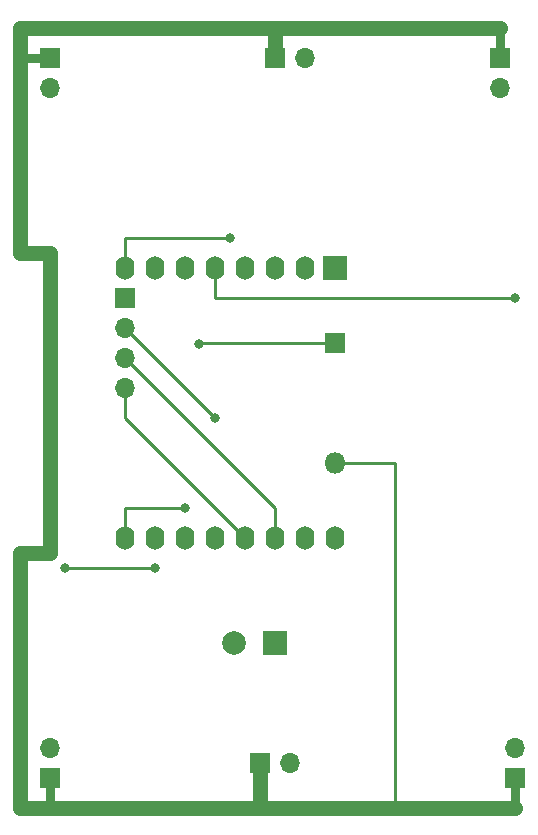
<source format=gbr>
%TF.GenerationSoftware,KiCad,Pcbnew,5.1.7-a382d34a8~88~ubuntu18.04.1*%
%TF.CreationDate,2021-04-24T17:29:33+03:00*%
%TF.ProjectId,quadimodo_pcb,71756164-696d-46f6-946f-5f7063622e6b,rev?*%
%TF.SameCoordinates,Original*%
%TF.FileFunction,Copper,L2,Bot*%
%TF.FilePolarity,Positive*%
%FSLAX46Y46*%
G04 Gerber Fmt 4.6, Leading zero omitted, Abs format (unit mm)*
G04 Created by KiCad (PCBNEW 5.1.7-a382d34a8~88~ubuntu18.04.1) date 2021-04-24 17:29:33*
%MOMM*%
%LPD*%
G01*
G04 APERTURE LIST*
%TA.AperFunction,ComponentPad*%
%ADD10C,2.000000*%
%TD*%
%TA.AperFunction,ComponentPad*%
%ADD11R,2.000000X2.000000*%
%TD*%
%TA.AperFunction,ComponentPad*%
%ADD12O,1.700000X1.700000*%
%TD*%
%TA.AperFunction,ComponentPad*%
%ADD13R,1.700000X1.700000*%
%TD*%
%TA.AperFunction,ComponentPad*%
%ADD14O,1.600000X2.000000*%
%TD*%
%TA.AperFunction,ComponentPad*%
%ADD15O,1.800000X1.800000*%
%TD*%
%TA.AperFunction,ComponentPad*%
%ADD16R,1.800000X1.800000*%
%TD*%
%TA.AperFunction,ViaPad*%
%ADD17C,0.800000*%
%TD*%
%TA.AperFunction,Conductor*%
%ADD18C,0.250000*%
%TD*%
%TA.AperFunction,Conductor*%
%ADD19C,0.780000*%
%TD*%
%TA.AperFunction,Conductor*%
%ADD20C,1.270000*%
%TD*%
G04 APERTURE END LIST*
D10*
%TO.P,C1,2*%
%TO.N,GND*%
X44760000Y-78740000D03*
D11*
%TO.P,C1,1*%
%TO.N,Net-(C1-Pad1)*%
X48260000Y-78740000D03*
%TD*%
D12*
%TO.P,J7,2*%
%TO.N,GND*%
X50800000Y-29210000D03*
D13*
%TO.P,J7,1*%
%TO.N,Net-(C4-Pad2)*%
X48260000Y-29210000D03*
%TD*%
D14*
%TO.P,U1,16*%
%TO.N,Net-(U1-Pad16)*%
X53340000Y-69850000D03*
%TO.P,U1,15*%
%TO.N,Net-(U1-Pad15)*%
X50800000Y-69850000D03*
%TO.P,U1,14*%
%TO.N,Net-(J2-Pad3)*%
X48260000Y-69850000D03*
%TO.P,U1,13*%
%TO.N,Net-(J2-Pad4)*%
X45720000Y-69850000D03*
%TO.P,U1,12*%
%TO.N,Net-(J2-Pad2)*%
X43180000Y-69850000D03*
%TO.P,U1,11*%
%TO.N,Net-(U1-Pad11)*%
X40640000Y-69850000D03*
%TO.P,U1,10*%
%TO.N,GND*%
X38100000Y-69850000D03*
%TO.P,U1,9*%
%TO.N,Net-(C1-Pad1)*%
X35560000Y-69850000D03*
%TO.P,U1,8*%
%TO.N,Net-(J2-Pad1)*%
X35560000Y-46990000D03*
%TO.P,U1,7*%
%TO.N,Net-(R4-Pad2)*%
X38100000Y-46990000D03*
%TO.P,U1,6*%
%TO.N,Net-(R7-Pad2)*%
X40640000Y-46990000D03*
%TO.P,U1,5*%
%TO.N,Net-(R1-Pad2)*%
X43180000Y-46990000D03*
%TO.P,U1,4*%
%TO.N,Net-(R3-Pad2)*%
X45720000Y-46990000D03*
%TO.P,U1,3*%
%TO.N,Net-(U1-Pad3)*%
X48260000Y-46990000D03*
D11*
%TO.P,U1,1*%
%TO.N,Net-(U1-Pad1)*%
X53340000Y-46990000D03*
D14*
%TO.P,U1,2*%
%TO.N,Net-(U1-Pad2)*%
X50800000Y-46990000D03*
%TD*%
D12*
%TO.P,J6,2*%
%TO.N,Net-(C7-Pad1)*%
X29210000Y-31750000D03*
D13*
%TO.P,J6,1*%
%TO.N,Net-(C4-Pad2)*%
X29210000Y-29210000D03*
%TD*%
D12*
%TO.P,J5,2*%
%TO.N,Net-(C6-Pad1)*%
X29210000Y-87630000D03*
D13*
%TO.P,J5,1*%
%TO.N,Net-(C4-Pad2)*%
X29210000Y-90170000D03*
%TD*%
D12*
%TO.P,J4,2*%
%TO.N,Net-(C5-Pad1)*%
X67310000Y-31750000D03*
D13*
%TO.P,J4,1*%
%TO.N,Net-(C4-Pad2)*%
X67310000Y-29210000D03*
%TD*%
D12*
%TO.P,J3,2*%
%TO.N,Net-(C4-Pad1)*%
X68580000Y-87630000D03*
D13*
%TO.P,J3,1*%
%TO.N,Net-(C4-Pad2)*%
X68580000Y-90170000D03*
%TD*%
D12*
%TO.P,J2,4*%
%TO.N,Net-(J2-Pad4)*%
X35560000Y-57150000D03*
%TO.P,J2,3*%
%TO.N,Net-(J2-Pad3)*%
X35560000Y-54610000D03*
%TO.P,J2,2*%
%TO.N,Net-(J2-Pad2)*%
X35560000Y-52070000D03*
D13*
%TO.P,J2,1*%
%TO.N,Net-(J2-Pad1)*%
X35560000Y-49530000D03*
%TD*%
D12*
%TO.P,J1,2*%
%TO.N,GND*%
X49530000Y-88900000D03*
D13*
%TO.P,J1,1*%
%TO.N,Net-(C4-Pad2)*%
X46990000Y-88900000D03*
%TD*%
D15*
%TO.P,D1,2*%
%TO.N,Net-(C4-Pad2)*%
X53340000Y-63500000D03*
D16*
%TO.P,D1,1*%
%TO.N,Net-(C1-Pad1)*%
X53340000Y-53340000D03*
%TD*%
D17*
%TO.N,Net-(R1-Pad2)*%
X68580000Y-49530000D03*
%TO.N,GND*%
X38100000Y-72390000D03*
X30480000Y-72390000D03*
%TO.N,Net-(C1-Pad1)*%
X41765010Y-53484990D03*
X40640000Y-67310000D03*
%TO.N,Net-(J2-Pad1)*%
X44450000Y-44450000D03*
%TO.N,Net-(J2-Pad2)*%
X43180000Y-59690000D03*
%TD*%
D18*
%TO.N,Net-(R1-Pad2)*%
X55880000Y-49530000D02*
X43180000Y-49530000D01*
X43180000Y-49530000D02*
X43180000Y-46990000D01*
X55880000Y-49530000D02*
X68580000Y-49530000D01*
%TO.N,GND*%
X38100000Y-72390000D02*
X30480000Y-72390000D01*
%TO.N,Net-(C1-Pad1)*%
X53340000Y-53340000D02*
X41910000Y-53340000D01*
X41910000Y-53340000D02*
X41765010Y-53484990D01*
X40640000Y-67310000D02*
X35560000Y-67310000D01*
X35560000Y-67310000D02*
X35560000Y-69850000D01*
%TO.N,Net-(J2-Pad4)*%
X35560000Y-57150000D02*
X35560000Y-58420000D01*
X35560000Y-59690000D02*
X45720000Y-69850000D01*
X35560000Y-57150000D02*
X35560000Y-59690000D01*
%TO.N,Net-(J2-Pad3)*%
X48260000Y-67310000D02*
X48260000Y-69850000D01*
X35560000Y-54610000D02*
X48260000Y-67310000D01*
%TO.N,Net-(J2-Pad1)*%
X44450000Y-44450000D02*
X35560000Y-44450000D01*
X35560000Y-44450000D02*
X35560000Y-46990000D01*
%TO.N,Net-(J2-Pad2)*%
X35560000Y-52070000D02*
X43180000Y-59690000D01*
D19*
%TO.N,Net-(C4-Pad2)*%
X29210000Y-90170000D02*
X29210000Y-92710000D01*
X68580000Y-92710000D02*
X68580000Y-90170000D01*
X26670000Y-29210000D02*
X29210000Y-29210000D01*
D18*
X58420000Y-92710000D02*
X55880000Y-92710000D01*
X53340000Y-63500000D02*
X58420000Y-63500000D01*
X58420000Y-63500000D02*
X58420000Y-92710000D01*
D20*
X26670000Y-26670000D02*
X26670000Y-45720000D01*
X26670000Y-45720000D02*
X29210000Y-45720000D01*
X29210000Y-45720000D02*
X29210000Y-71120000D01*
X29210000Y-71120000D02*
X26670000Y-71120000D01*
X26670000Y-71120000D02*
X26670000Y-92710000D01*
X46990000Y-88900000D02*
X46990000Y-92710000D01*
X26670000Y-92710000D02*
X41910000Y-92710000D01*
X41910000Y-92710000D02*
X55880000Y-92710000D01*
X41910000Y-26670000D02*
X26670000Y-26670000D01*
X63500000Y-26670000D02*
X67310000Y-26670000D01*
X58420000Y-26670000D02*
X63500000Y-26670000D01*
D19*
X67310000Y-26670000D02*
X67310000Y-29210000D01*
D20*
X48260000Y-26670000D02*
X48260000Y-29210000D01*
X48260000Y-26670000D02*
X58420000Y-26670000D01*
X41910000Y-26670000D02*
X48260000Y-26670000D01*
X55880000Y-92710000D02*
X68580000Y-92710000D01*
%TD*%
M02*

</source>
